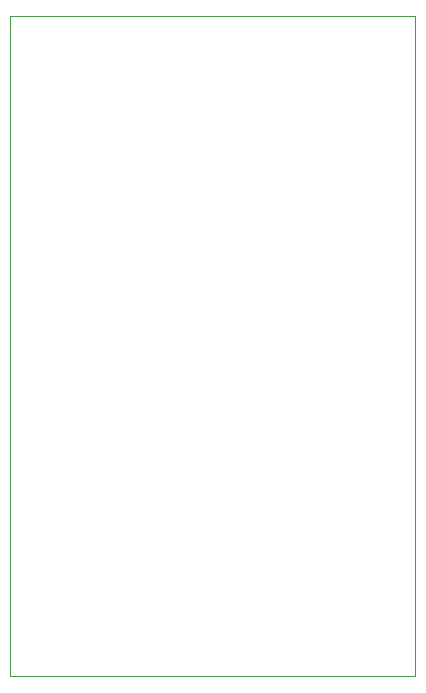
<source format=gbr>
%TF.GenerationSoftware,KiCad,Pcbnew,(5.1.8)-1*%
%TF.CreationDate,2024-07-21T13:57:18+03:00*%
%TF.ProjectId,STACK16,53544143-4b31-4362-9e6b-696361645f70,rev?*%
%TF.SameCoordinates,Original*%
%TF.FileFunction,Profile,NP*%
%FSLAX46Y46*%
G04 Gerber Fmt 4.6, Leading zero omitted, Abs format (unit mm)*
G04 Created by KiCad (PCBNEW (5.1.8)-1) date 2024-07-21 13:57:18*
%MOMM*%
%LPD*%
G01*
G04 APERTURE LIST*
%TA.AperFunction,Profile*%
%ADD10C,0.050000*%
%TD*%
G04 APERTURE END LIST*
D10*
X48260000Y-81280000D02*
X48260000Y-25400000D01*
X82550000Y-81280000D02*
X48260000Y-81280000D01*
X82550000Y-25400000D02*
X82550000Y-81280000D01*
X48260000Y-25400000D02*
X82550000Y-25400000D01*
M02*

</source>
